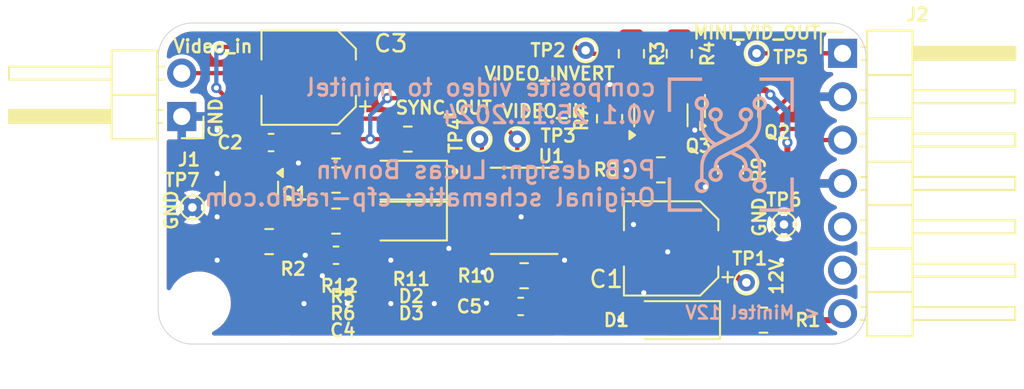
<source format=kicad_pcb>
(kicad_pcb (version 20240108) (generator "pcbnew") (generator_version "8.0")
  (title_block (title "av-to-minitel") (date "2025-01-02") (rev "v0.1") (company "Lucas Bonvin"))
  (layers (0 "F.Cu" signal) (31 "B.Cu" signal) (34 "B.Paste" user) (35 "F.Paste" user) (36 "B.SilkS" user "B.Silkscreen") (37 "F.SilkS" user "F.Silkscreen") (38 "B.Mask" user) (39 "F.Mask" user) (44 "Edge.Cuts" user))
  (net 0 "")
  (net 1 "comp_video_in")
  (net 2 "Net-(U1-COMPOSITESYNCIN)")
  (net 3 "Net-(Q3-B)")
  (net 4 "GND")
  (net 5 "Net-(D3-A)")
  (net 6 "Net-(U1-RSET)")
  (net 7 "+12V")
  (net 8 "Net-(D3-K)")
  (net 9 "minitel_sync_in")
  (net 10 "minitel_video_in")
  (net 11 "Net-(Q1-C)")
  (net 12 "Net-(Q1-B)")
  (net 13 "Net-(Q3-E)")
  (net 14 "+15V")
  (net 17 "Net-(D2-K)")
  (net 18 "Net-(D2-A)")
  (footprint "Capacitor_SMD:C_0603_1608Metric" (layer "F.Cu") (at 104.4 88)
    (property "Reference" "C4")
    (property "Value" "22nF")
  )
  (footprint "Resistor_SMD:R_0805_2012Metric" (layer "F.Cu") (at 108.6 81.2 180)
    (property "Reference" "R11")
    (property "Value" "1k")
  )
  (footprint "Diode_SMD:D_1206_3216Metric" (layer "F.Cu") (at 108.6 86 180)
    (property "Reference" "D3")
    (property "Value" "1N4148")
  )
  (footprint "Resistor_SMD:R_0805_2012Metric" (layer "F.Cu") (at 115.4 89.2 180)
    (property "Reference" "R10")
    (property "Value" "680k")
  )
  (footprint "Package_TO_SOT_SMD:SOT-23" (layer "F.Cu") (at 123.4 79.8 90)
    (property "Reference" "Q3")
    (property "Value" "NPN")
  )
  (footprint "LM1881MX_NOPB_NOPB:SOIC127P599X175-8N" (layer "F.Cu") (at 115.4 85.4)
    (property "Reference" "U1")
    (property "Value" "LM1881MX_NOPB_NOPB")
  )
  (footprint "TestPoint:TestPoint_THTPad_D1.0mm_Drill0.5mm" (layer "F.Cu") (at 115 81.2)
    (property "Reference" "TP3")
    (property "Value" "TestPoint")
  )
  (footprint "TestPoint:TestPoint_THTPad_D1.0mm_Drill0.5mm" (layer "F.Cu") (at 130.6 86.2)
    (property "Reference" "TP6")
    (property "Value" "TestPoint")
  )
  (footprint "Connector_PinHeader_2.54mm:PinHeader_1x07_P2.54mm_Horizontal" (layer "F.Cu") (at 134.025 76.175)
    (property "Reference" "J2")
    (property "Value" "Conn_01x07_Pin")
  )
  (footprint "Resistor_SMD:R_0805_2012Metric" (layer "F.Cu") (at 123.4 83 180)
    (property "Reference" "R8")
    (property "Value" "680")
  )
  (footprint "Capacitor_SMD:C_0603_1608Metric" (layer "F.Cu") (at 115.2 91)
    (property "Reference" "C5")
    (property "Value" "100nF")
  )
  (footprint "Capacitor_SMD:CP_Elec_5x5.8" (layer "F.Cu") (at 102.8 77.6 180)
    (property "Reference" "C3")
    (property "Value" "100uF")
  )
  (footprint "Diode_SMD:D_1206_3216Metric" (layer "F.Cu") (at 108.6 83.6 180)
    (property "Reference" "D2")
    (property "Value" "1N4148")
  )
  (footprint "Connector_PinHeader_2.54mm:PinHeader_1x02_P2.54mm_Horizontal" (layer "F.Cu") (at 95.375 79.875 180)
    (property "Reference" "J1")
    (property "Value" "Conn_01x02_Pin")
  )
  (footprint "TestPoint:TestPoint_THTPad_D1.0mm_Drill0.5mm" (layer "F.Cu") (at 128.4 89.6)
    (property "Reference" "TP1")
    (property "Value" "TestPoint")
  )
  (footprint "Capacitor_SMD:C_0603_1608Metric" (layer "F.Cu") (at 100.6 81.4)
    (property "Reference" "C2")
    (property "Value" "100nF")
  )
  (footprint "Resistor_SMD:R_0805_2012Metric" (layer "F.Cu") (at 129.4 91.8 180)
    (property "Reference" "R1")
    (property "Value" "100")
  )
  (footprint "MountingHole:MountingHole_3.2mm_M3" (layer "F.Cu") (at 96.4 90.8)
    (property "Reference" "REF**" (hide yes))
    (property "Value" "MountingHole_3.2mm_M3")
  )
  (footprint "Resistor_SMD:R_0805_2012Metric" (layer "F.Cu") (at 100.4875 87.2)
    (property "Reference" "R2")
    (property "Value" "10k")
  )
  (footprint "Resistor_SMD:R_0805_2012Metric" (layer "F.Cu") (at 120.4 80 90)
    (property "Reference" "R7")
    (property "Value" "22k")
  )
  (footprint "Diode_SMD:D_MiniMELF" (layer "F.Cu") (at 124.2 91.8 180)
    (property "Reference" "D1")
    (property "Value" "BZV55C12")
  )
  (footprint "Resistor_SMD:R_0805_2012Metric" (layer "F.Cu") (at 124.475 76.2 -90)
    (property "Reference" "R4")
    (property "Value" "3.3k")
  )
  (footprint "Resistor_SMD:R_0805_2012Metric" (layer "F.Cu") (at 127.475 83 -90)
    (property "Reference" "R9")
    (property "Value" "680")
  )
  (footprint "Resistor_SMD:R_0805_2012Metric" (layer "F.Cu") (at 121.675 76.2 -90)
    (property "Reference" "R3")
    (property "Value" "100k")
  )
  (footprint "TestPoint:TestPoint_THTPad_D1.0mm_Drill0.5mm" (layer "F.Cu") (at 129 76.175)
    (property "Reference" "TP5")
    (property "Value" "TestPoint")
  )
  (footprint "Resistor_SMD:R_0805_2012Metric" (layer "F.Cu") (at 104.4 86 180)
    (property "Reference" "R6")
    (property "Value" "22k")
  )
  (footprint "TestPoint:TestPoint_THTPad_D1.0mm_Drill0.5mm" (layer "F.Cu") (at 119 76)
    (property "Reference" "TP2")
    (property "Value" "TestPoint")
  )
  (footprint "Resistor_SMD:R_0805_2012Metric" (layer "F.Cu") (at 104.4 83.6 180)
    (property "Reference" "R5")
    (property "Value" "33k")
  )
  (footprint "Package_TO_SOT_SMD:SOT-23" (layer "F.Cu") (at 99.45 84.3375 -90)
    (property "Reference" "Q1")
    (property "Value" "PNP")
  )
  (footprint "TestPoint:TestPoint_THTPad_D1.0mm_Drill0.5mm" (layer "F.Cu") (at 96 85.2)
    (property "Reference" "TP7")
    (property "Value" "TestPoint")
  )
  (footprint "Resistor_SMD:R_0805_2012Metric" (layer "F.Cu") (at 104.4 81.6 180)
    (property "Reference" "R12")
    (property "Value" "1k")
  )
  (footprint "Capacitor_SMD:CP_Elec_5x5.8" (layer "F.Cu") (at 124 87.6 180)
    (property "Reference" "C1")
    (property "Value" "100uF")
  )
  (footprint "Package_TO_SOT_SMD:SOT-23" (layer "F.Cu") (at 127.5375 79.2625 90)
    (property "Reference" "Q2")
    (property "Value" "NPN")
  )
  (footprint "TestPoint:TestPoint_THTPad_D1.0mm_Drill0.5mm" (layer "F.Cu") (at 112.8 81.2)
    (property "Reference" "TP4")
    (property "Value" "TestPoint")
  )
  (gr_poly (pts (xy 125.813456 77.785677) (xy 123.999135 77.785677) (xy 123.999135 79.6) (xy 123.8 79.6) (xy 123.8 77.586546) (xy 125.813456 77.586546)) (stroke (width -0.000001)) (fill solid) (layer "B.SilkS"))
  (gr_poly (pts (xy 131.175289 79.600004) (xy 130.976154 79.600004) (xy 130.976154 77.785681) (xy 129.161835 77.785681) (xy 129.161835 77.58655) (xy 131.175289 77.58655)) (stroke (width -0.000001)) (fill solid) (layer "B.SilkS"))
  (gr_poly (pts (xy 123.99902 85.256777) (xy 125.813341 85.256777) (xy 125.813341 85.455908) (xy 123.799887 85.455908) (xy 123.799887 84.449178) (xy 123.8 84.449182) (xy 123.8 83.442453) (xy 123.99902 83.442453)) (stroke (width -0.000001)) (fill solid) (layer "B.SilkS"))
  (gr_poly (pts (xy 125.820001 78.68627) (xy 125.851252 78.688887) (xy 125.88175 78.693791) (xy 125.91142 78.700888) (xy 125.940189 78.710083) (xy 125.967983 78.721282) (xy 125.994729 78.734392) (xy 126.020353 78.749317) (xy 126.044781 78.765964) (xy 126.067941 78.784238) (xy 126.089758 78.804045) (xy 126.110159 78.825291) (xy 126.12907 78.847881) (xy 126.146417 78.871722) (xy 126.162128 78.896719) (xy 126.176128 78.922778) (xy 126.188343 78.949804) (xy 126.198702 78.977704) (xy 126.207128 79.006382) (xy 126.21355 79.035746) (xy 126.217893 79.0657) (xy 126.220085 79.096151) (xy 126.22005 79.127003) (xy 126.217717 79.158164) (xy 126.21301 79.189538) (xy 126.205857 79.221032) (xy 126.196184 79.252551) (xy 126.183917 79.284) (xy 126.168984 79.315287) (xy 126.15963 79.331925) (xy 126.149111 79.348349) (xy 126.137516 79.364485) (xy 126.12493 79.380263) (xy 126.11144 79.395609) (xy 126.097132 79.410453) (xy 126.082094 79.424721) (xy 126.066411 79.438343) (xy 126.050171 79.451245) (xy 126.033461 79.463356) (xy 126.016366 79.474605) (xy 125.998973 79.484918) (xy 125.98137 79.494224) (xy 125.963643 79.502451) (xy 125.945878 79.509526) (xy 125.928162 79.515379) (xy 125.898274 79.52418) (xy 125.896099 79.855257) (xy 125.895705 80.0149) (xy 125.897079 80.147486) (xy 125.898557 80.205071) (xy 125.900631 80.257617) (xy 125.903352 80.305701) (xy 125.906771 80.349896) (xy 125.91094 80.39078) (xy 125.91591 80.428926) (xy 125.921733 80.46491) (xy 125.928459 80.499308) (xy 125.93614 80.532695) (xy 125.944828 80.565645) (xy 125.954573 80.598735) (xy 125.965428 80.63254) (xy 125.985987 80.690046) (xy 126.008974 80.746324) (xy 126.034335 80.801311) (xy 126.06202 80.85494) (xy 126.091975 80.907148) (xy 126.124149 80.957869) (xy 126.15849 81.007038) (xy 126.194947 81.054592) (xy 126.233466 81.100464) (xy 126.273996 81.14459) (xy 126.316486 81.186906) (xy 126.360882 81.227346) (xy 126.407134 81.265846) (xy 126.455189 81.30234) (xy 126.504996 81.336765) (xy 126.556502 81.369055) (xy 126.619929 81.406851) (xy 126.777207 81.325777) (xy 127.092999 81.162989) (xy 127.154815 81.13081) (xy 127.182062 81.116401) (xy 127.205979 81.103592) (xy 127.225902 81.09274) (xy 127.241166 81.084205) (xy 127.251105 81.078344) (xy 127.253869 81.076529) (xy 127.255053 81.075518) (xy 127.254392 81.074402) (xy 127.251745 81.072283) (xy 127.240882 81.065252) (xy 127.22326 81.054867) (xy 127.199672 81.041569) (xy 127.13777 81.007995) (xy 127.061526 80.968058) (xy 126.984646 80.928139) (xy 126.952058 80.91095) (xy 126.922917 80.895321) (xy 126.896883 80.881037) (xy 126.873614 80.867882) (xy 126.852771 80.855641) (xy 126.834012 80.844099) (xy 126.816997 80.833041) (xy 126.801385 80.822251) (xy 126.786835 80.811514) (xy 126.773007 80.800616) (xy 126.759559 80.78934) (xy 126.746152 80.777472) (xy 126.732445 80.764796) (xy 126.718096 80.751097) (xy 126.693089 80.725828) (xy 126.669511 80.699707) (xy 126.647368 80.672755) (xy 126.626672 80.64499) (xy 126.60743 80.616432) (xy 126.589651 80.587101) (xy 126.573344 80.557016) (xy 126.558518 80.526197) (xy 126.545181 80.494664) (xy 126.533343 80.462436) (xy 126.523012 80.429532) (xy 126.514197 80.395972) (xy 126.506907 80.361776) (xy 126.501151 80.326964) (xy 126.496937 80.291555) (xy 126.494274 80.255568) (xy 126.489832 80.169905) (xy 126.451443 80.157804) (xy 126.42858 80.149488) (xy 126.406014 80.139113) (xy 126.383859 80.126811) (xy 126.36223 80.112714) (xy 126.341242 80.096954) (xy 126.321009 80.079663) (xy 126.301647 80.060973) (xy 126.283268 80.041017) (xy 126.26599 80.019925) (xy 126.249925 79.997831) (xy 126.235189 79.974866) (xy 126.221897 79.951162) (xy 126.210162 79.926851) (xy 126.2001 79.902066) (xy 126.191826 79.876938) (xy 126.185454 79.851599) (xy 126.178911 79.813082) (xy 126.175698 79.775473) (xy 126.175695 79.771407) (xy 126.37752 79.771407) (xy 126.379234 79.790268) (xy 126.38267 79.808617) (xy 126.387734 79.826391) (xy 126.394333 79.843525) (xy 126.402375 79.859958) (xy 126.411767 79.875625) (xy 126.422415 79.890464) (xy 126.434226 79.904411) (xy 126.447109 79.917402) (xy 126.460969 79.929375) (xy 126.475715 79.940266) (xy 126.491253 79.950011) (xy 126.507489 79.958548) (xy 126.524333 79.965814) (xy 126.541689 79.971744) (xy 126.559466 79.976276) (xy 126.577571 79.979346) (xy 126.59591 79.980891) (xy 126.614392 79.980847) (xy 126.632922 79.979152) (xy 126.651408 79.975742) (xy 126.669757 79.970553) (xy 126.687876 79.963523) (xy 126.705673 79.954588) (xy 126.723054 79.943685) (xy 126.739926 79.93075) (xy 126.756197 79.91572) (xy 126.766312 79.904791) (xy 126.775518 79.893388) (xy 126.783826 79.881557) (xy 126.791246 79.869342) (xy 126.797786 79.856788) (xy 126.803457 79.84394) (xy 126.808268 79.830842) (xy 126.812229 79.817539) (xy 126.81535 79.804075) (xy 126.81764 79.790497) (xy 126.81911 79.776847) (xy 126.819768 79.763171) (xy 126.819625 79.749514) (xy 126.81869 79.735921) (xy 126.816972 79.722435) (xy 126.814483 79.709103) (xy 126.811231 79.695968) (xy 126.807226 79.683075) (xy 126.802477 79.670469) (xy 126.796995 79.658195) (xy 126.790789 79.646297) (xy 126.783869 79.63482) (xy 126.776244 79.62381) (xy 126.767925 79.61331) (xy 126.75892 79.603365) (xy 126.749241 79.59402) (xy 126.738895 79.58532) (xy 126.727893 79.57731) (xy 126.716245 79.570033) (xy 126.703961 79.563536) (xy 126.69105 79.557862) (xy 126.677521 79.553057) (xy 126.677521 79.553061) (xy 126.666226 79.549736) (xy 126.655016 79.546899) (xy 126.643899 79.544546) (xy 126.632882 79.542674) (xy 126.621975 79.54128) (xy 126.611184 79.540359) (xy 126.600518 79.53991) (xy 126.589985 79.539927) (xy 126.579593 79.540409) (xy 126.56935 79.541351) (xy 126.559264 79.542749) (xy 126.549343 79.544602) (xy 126.539596 79.546904) (xy 126.53003 79.549654) (xy 126.520653 79.552846) (xy 126.511474 79.556479) (xy 126.5025 79.560548) (xy 126.493739 79.56505) (xy 126.4852 79.569981) (xy 126.476891 79.575339) (xy 126.468819 79.58112) (xy 126.460993 79.58732) (xy 126.45342 79.593936) (xy 126.44611 79.600965) (xy 126.439069 79.608403) (xy 126.432306 79.616246) (xy 126.42583 79.624492) (xy 126.419647 79.633137) (xy 126.413766 79.642177) (xy 126.408195 79.651609) (xy 126.402943 79.66143) (xy 126.398016 79.671637) (xy 126.389731 79.692108) (xy 126.383632 79.712385) (xy 126.379626 79.732402) (xy 126.377619 79.752098) (xy 126.37752 79.771407) (xy 126.175695 79.771407) (xy 126.175668 79.73885) (xy 126.178675 79.703292) (xy 126.184572 79.66888) (xy 126.193214 79.635692) (xy 126.204453 79.603809) (xy 126.218144 79.573308) (xy 126.23414 79.544271) (xy 126.252296 79.516775) (xy 126.272464 79.490901) (xy 126.294499 79.466728) (xy 126.318254 79.444335) (xy 126.343583 79.423802) (xy 126.37034 79.405208) (xy 126.398379 79.388632) (xy 126.427552 79.374155) (xy 126.457715 79.361854) (xy 126.488721 79.35181) (xy 126.520422 79.344102) (xy 126.552675 79.33881) (xy 126.585331 79.336012) (xy 126.618244 79.335789) (xy 126.651269 79.338219) (xy 126.684259 79.343382) (xy 126.717068 79.351358) (xy 126.74955 79.362225) (xy 126.781557 79.376064) (xy 126.812945 79.392953) (xy 126.843567 79.412972) (xy 126.873276 79.4362) (xy 126.901926 79.462717) (xy 126.922003 79.484295) (xy 126.940206 79.506757) (xy 126.956557 79.530018) (xy 126.971077 79.553991) (xy 126.983787 79.578592) (xy 126.994711 79.603736) (xy 127.003869 79.629337) (xy 127.011283 79.655309) (xy 127.016974 79.681568) (xy 127.020965 79.708028) (xy 127.023278 79.734604) (xy 127.023933 79.76121) (xy 127.022953 79.787762) (xy 127.020359 79.814173) (xy 127.016173 79.840359) (xy 127.010417 79.866233) (xy 127.003113 79.891712) (xy 126.994281 79.916709) (xy 126.983944 79.94114) (xy 126.972124 79.964918) (xy 126.958842 79.987959) (xy 126.94412 80.010176) (xy 126.927979 80.031486) (xy 126.910442 80.051803) (xy 126.89153 80.07104) (xy 126.871264 80.089114) (xy 126.849667 80.105937) (xy 126.82676 80.121427) (xy 126.802565 80.135496) (xy 126.777103 80.148059) (xy 126.750397 80.159032) (xy 126.722468 80.168329) (xy 126.715904 80.170454) (xy 126.710141 80.172794) (xy 126.705157 80.175486) (xy 126.700934 80.178662) (xy 126.699101 80.180474) (xy 126.697451 80.182457) (xy 126.69598 80.184629) (xy 126.694687 80.187005) (xy 126.692623 80.19244) (xy 126.691239 80.198896) (xy 126.690514 80.206507) (xy 126.690429 80.215407) (xy 126.690963 80.225731) (xy 126.692096 80.237611) (xy 126.693809 80.251183) (xy 126.69608 80.266581) (xy 126.702219 80.303389) (xy 126.710372 80.345645) (xy 126.719749 80.384557) (xy 126.730793 80.420563) (xy 126.743946 80.454103) (xy 126.759653 80.485615) (xy 126.778356 80.515538) (xy 126.8005 80.544312) (xy 126.826526 80.572375) (xy 126.856878 80.600167) (xy 126.892 80.628126) (xy 126.932334 80.656692) (xy 126.978325 80.686305) (xy 127.030414 80.717401) (xy 127.089046 80.750422) (xy 127.154663 80.785806) (xy 127.227709 80.823992) (xy 127.487725 80.958334) (xy 127.747656 80.82403) (xy 127.838063 80.777037) (xy 127.911481 80.738118) (xy 127.942552 80.721241) (xy 127.970257 80.70585) (xy 127.994889 80.691766) (xy 128.016742 80.678811) (xy 128.036109 80.666808) (xy 128.053283 80.655578) (xy 128.068558 80.644945) (xy 128.082228 80.634729) (xy 128.094587 80.624754) (xy 128.105927 80.614841) (xy 128.116543 80.604813) (xy 128.126728 80.594492) (xy 128.138499 80.581647) (xy 128.149972 80.568072) (xy 128.161125 80.553837) (xy 128.17194 80.539011) (xy 128.192466 80.507869) (xy 128.211386 80.475205) (xy 128.228534 80.441579) (xy 128.243743 80.407552) (xy 128.25685 80.373682) (xy 128.267687 80.340529) (xy 128.276089 80.308655) (xy 128.281891 80.278618) (xy 128.283765 80.264463) (xy 128.284927 80.250977) (xy 128.285357 80.238231) (xy 128.285032 80.226294) (xy 128.283934 80.215237) (xy 128.28204 80.205128) (xy 128.279331 80.196039) (xy 128.275786 80.188039) (xy 128.271383 80.181198) (xy 128.266103 80.175586) (xy 128.259924 80.171273) (xy 128.252827 80.168329) (xy 128.224911 80.159037) (xy 128.198216 80.148068) (xy 128.172766 80.135506) (xy 128.148581 80.121439) (xy 128.125683 80.10595) (xy 128.104094 80.089125) (xy 128.083836 80.071051) (xy 128.06493 80.051811) (xy 128.047398 80.031492) (xy 128.031262 80.01018) (xy 128.016544 79.987958) (xy 128.003264 79.964914) (xy 127.991446 79.941132) (xy 127.98111 79.916697) (xy 127.972279 79.891696) (xy 127.964974 79.866213) (xy 127.959216 79.840335) (xy 127.955029 79.814145) (xy 127.952432 79.787731) (xy 127.951612 79.765599) (xy 128.152617 79.765599) (xy 128.153826 79.783554) (xy 128.156611 79.801612) (xy 128.16103 79.819701) (xy 128.167141 79.837751) (xy 128.175002 79.855689) (xy 128.18467 79.873445) (xy 128.196203 79.890947) (xy 128.204549 79.901837) (xy 128.213399 79.912028) (xy 128.22272 79.921519) (xy 128.232478 79.930311) (xy 128.242643 79.938404) (xy 128.25318 79.945797) (xy 128.264056 79.952491) (xy 128.27524 79.958485) (xy 128.286698 79.963779) (xy 128.298396 79.968373) (xy 128.310304 79.972268) (xy 128.322386 79.975462) (xy 128.334612 79.977956) (xy 128.346947 79.97975) (xy 128.35936 79.980844) (xy 128.371816 79.981237) (xy 128.384284 79.98093) (xy 128.396731 79.979922) (xy 128.409123 79.978214) (xy 128.421429 79.975805) (xy 128.433614 79.972695) (xy 128.445647 79.968884) (xy 128.457494 79.964371) (xy 128.469122 79.959158) (xy 128.480499 79.953243) (xy 128.491592 79.946628) (xy 128.502369 79.93931) (xy 128.512795 79.931291) (xy 128.522839 79.922571) (xy 128.532467 79.913149) (xy 128.541647 79.903025) (xy 128.550346 79.892199) (xy 128.558009 79.881434) (xy 128.564936 79.870416) (xy 128.571133 79.859172) (xy 128.576609 79.847729) (xy 128.58137 79.836116) (xy 128.585423 79.82436) (xy 128.588776 79.812489) (xy 128.591434 79.800529) (xy 128.593406 79.78851) (xy 128.594699 79.776458) (xy 128.595318 79.764401) (xy 128.595272 79.752367) (xy 128.594568 79.740383) (xy 128.593212 79.728477) (xy 128.591212 79.716677) (xy 128.588574 79.705009) (xy 128.585306 79.693503) (xy 128.581414 79.682185) (xy 128.576906 79.671083) (xy 128.571789 79.660225) (xy 128.56607 79.649638) (xy 128.559755 79.63935) (xy 128.552852 79.629388) (xy 128.545368 79.619781) (xy 128.53731 79.610555) (xy 128.528685 79.601739) (xy 128.5195 79.593359) (xy 128.509762 79.585445) (xy 128.499478 79.578022) (xy 128.488654 79.57112) (xy 128.4773 79.564765) (xy 128.46542 79.558985) (xy 128.46542 79.558931) (xy 128.446027 79.551119) (xy 128.426765 79.545194) (xy 128.40769 79.541084) (xy 128.388861 79.538719) (xy 128.370335 79.538026) (xy 128.35217 79.538935) (xy 128.334424 79.541375) (xy 128.317156 79.545273) (xy 128.300422 79.550559) (xy 128.28428 79.557161) (xy 128.268789 79.565007) (xy 128.254007 79.574027) (xy 128.239991 79.58415) (xy 128.226799 79.595302) (xy 128.214488 79.607415) (xy 128.203118 79.620415) (xy 128.192745 79.634232) (xy 128.183427 79.648794) (xy 128.175223 79.664029) (xy 128.16819 79.679868) (xy 128.162386 79.696237) (xy 128.157869 79.713067) (xy 128.154696 79.730284) (xy 128.152927 79.747819) (xy 128.152617 79.765599) (xy 127.951612 79.765599) (xy 127.951449 79.761177) (xy 127.9521 79.734568) (xy 127.954407 79.707991) (xy 127.958393 79.68153) (xy 127.964079 79.65527) (xy 127.971486 79.629299) (xy 127.980637 79.6037) (xy 127.991553 79.578559) (xy 128.004256 79.553962) (xy 128.018767 79.529993) (xy 128.035108 79.50674) (xy 128.053301 79.484286) (xy 128.073368 79.462717) (xy 128.102013 79.436205) (xy 128.131718 79.412981) (xy 128.162336 79.392967) (xy 128.19372 79.376082) (xy 128.225725 79.362248) (xy 128.258204 79.351384) (xy 128.291011 79.343412) (xy 128.323999 79.338252) (xy 128.357023 79.335825) (xy 128.389935 79.336051) (xy 128.422591 79.338851) (xy 128.454842 79.344146) (xy 128.486544 79.351856) (xy 128.51755 79.361901) (xy 128.547713 79.374203) (xy 128.576888 79.388681) (xy 128.604927 79.405257) (xy 128.631685 79.423851) (xy 128.657016 79.444384) (xy 128.680772 79.466776) (xy 128.702809 79.490947) (xy 128.722979 79.51682) (xy 128.741136 79.544313) (xy 128.757134 79.573348) (xy 128.770827 79.603845) (xy 128.782068 79.635725) (xy 128.790711 79.668909) (xy 128.79661 79.703316) (xy 128.799619 79.738869) (xy 128.799591 79.775486) (xy 128.796379 79.813089) (xy 128.789839 79.851599) (xy 128.786888 79.864333) (xy 128.783449 79.877025) (xy 128.77516 79.902218) (xy 128.765085 79.92705) (xy 128.753336 79.95139) (xy 128.740026 79.97511) (xy 128.725268 79.99808) (xy 128.709174 80.020172) (xy 128.691857 80.041255) (xy 128.673429 80.061201) (xy 128.654002 80.079881) (xy 128.63369 80.097166) (xy 128.612604 80.112925) (xy 128.590858 80.127031) (xy 128.568564 80.139354) (xy 128.557246 80.144806) (xy 128.545834 80.149764) (xy 128.534341 80.154211) (xy 128.522781 80.158133) (xy 128.483303 80.170584) (xy 128.483303 80.223261) (xy 128.48243 80.257753) (xy 128.47983 80.292187) (xy 128.47553 80.326494) (xy 128.469559 80.360605) (xy 128.461943 80.394453) (xy 128.452711 80.427969) (xy 128.44189 80.461086) (xy 128.429508 80.493734) (xy 128.415592 80.525846) (xy 128.400171 80.557352) (xy 128.383271 80.588186) (xy 128.364921 80.618279) (xy 128.345148 80.647562) (xy 128.323981 80.675967) (xy 128.301446 80.703427) (xy 128.277571 80.729872) (xy 128.24672 80.761183) (xy 128.215074 80.789443) (xy 128.197549 80.803291) (xy 128.17814 80.81741) (xy 128.131422 80.847841) (xy 128.070427 80.883493) (xy 127.990661 80.927123) (xy 127.887629 80.981489) (xy 127.756838 81.049349) (xy 127.016467 81.432004) (xy 126.795965 81.546487) (xy 126.715013 81.588833) (xy 126.6505 81.622893) (xy 126.600104 81.649901) (xy 126.561507 81.67109) (xy 126.532386 81.687692) (xy 126.510423 81.700942) (xy 126.493295 81.712072) (xy 126.478683 81.722316) (xy 126.447724 81.745077) (xy 126.406815 81.776122) (xy 126.36713 81.80882) (xy 126.328718 81.843102) (xy 126.291631 81.878899) (xy 126.255917 81.916143) (xy 126.221629 81.954764) (xy 126.188816 81.994694) (xy 126.157529 82.035863) (xy 126.127818 82.078203) (xy 126.099733 82.121645) (xy 126.073325 82.166119) (xy 126.048644 82.211558) (xy 126.025741 82.257891) (xy 126.004666 82.30505) (xy 125.985469 82.352967) (xy 125.968201 82.401571) (xy 125.946849 82.469931) (xy 125.929975 82.535805) (xy 125.92306 82.56946) (xy 125.917076 82.604475) (xy 125.907648 82.681221) (xy 125.901189 82.771325) (xy 125.897196 82.880068) (xy 125.895166 83.01273) (xy 125.894596 83.174593) (xy 125.894577 83.515127) (xy 125.922234 83.523977) (xy 125.963789 83.539333) (xy 126.002047 83.55762) (xy 126.037042 83.578612) (xy 126.068809 83.602087) (xy 126.097384 83.627819) (xy 126.122803 83.655584) (xy 126.1451 83.685159) (xy 126.16431 83.71632) (xy 126.180469 83.748842) (xy 126.193613 83.7825) (xy 126.203776 83.817072) (xy 126.210993 83.852333) (xy 126.215301 83.888058) (xy 126.216734 83.924024) (xy 126.215328 83.960007) (xy 126.211117 83.995782) (xy 126.204137 84.031125) (xy 126.194424 84.065812) (xy 126.182012 84.099619) (xy 126.166938 84.132322) (xy 126.149235 84.163697) (xy 126.12894 84.193519) (xy 126.106087 84.221565) (xy 126.080713 84.24761) (xy 126.052852 84.271431) (xy 126.022539 84.292802) (xy 125.98981 84.311501) (xy 125.9547 84.327302) (xy 125.917245 84.339982) (xy 125.877479 84.349317) (xy 125.835438 84.355082) (xy 125.791157 84.357054) (xy 125.748667 84.355123) (xy 125.708269 84.349477) (xy 125.670001 84.340333) (xy 125.633898 84.327908) (xy 125.599998 84.312421) (xy 125.568338 84.294088) (xy 125.538953 84.273127) (xy 125.511882 84.249756) (xy 125.48716 84.224193) (xy 125.464825 84.196654) (xy 125.444913 84.167358) (xy 125.427461 84.136523) (xy 125.412506 84.104365) (xy 125.400085 84.071103) (xy 125.390234 84.036953) (xy 125.38299 84.002134) (xy 125.37839 83.966863) (xy 125.376592 83.933603) (xy 125.575043 83.933603) (xy 125.575687 83.951411) (xy 125.577865 83.969237) (xy 125.581628 83.986999) (xy 125.587029 84.004613) (xy 125.594117 84.021995) (xy 125.602945 84.039064) (xy 125.613562 84.055735) (xy 125.626022 84.071926) (xy 125.640374 84.087553) (xy 125.655947 84.101868) (xy 125.672071 84.114308) (xy 125.688666 84.124924) (xy 125.705649 84.133765) (xy 125.722939 84.140881) (xy 125.740455 84.146322) (xy 125.758115 84.150137) (xy 125.775838 84.152376) (xy 125.793541 84.15309) (xy 125.811145 84.152327) (xy 125.828567 84.150138) (xy 125.845726 84.146572) (xy 125.86254 84.14168) (xy 125.878928 84.13551) (xy 125.894808 84.128113) (xy 125.9101 84.119538) (xy 125.924721 84.109836) (xy 125.938591 84.099055) (xy 125.951627 84.087246) (xy 125.963748 84.074459) (xy 125.974873 84.060743) (xy 125.98492 84.046148) (xy 125.993808 84.030724) (xy 126.001455 84.014521) (xy 126.007781 83.997587) (xy 126.012703 83.979974) (xy 126.016139 83.961731) (xy 126.01801 83.942908) (xy 126.018232 83.923554) (xy 126.016726 83.903719) (xy 126.013408 83.883453) (xy 126.008198 83.862806) (xy 126.006515 83.85761) (xy 126.004535 83.852342) (xy 125.999727 83.84164) (xy 125.993872 83.830796) (xy 125.987065 83.819905) (xy 125.979402 83.809063) (xy 125.970979 83.798368) (xy 125.961893 83.787914) (xy 125.952238 83.777797) (xy 125.942112 83.768114) (xy 125.931609 83.758961) (xy 125.920827 83.750433) (xy 125.90986 83.742626) (xy 125.898806 83.735638) (xy 125.88776 83.729563) (xy 125.876818 83.724497) (xy 125.866076 83.720537) (xy 125.866076 83.720541) (xy 125.845548 83.714955) (xy 125.825378 83.711302) (xy 125.805617 83.709498) (xy 125.786316 83.70946) (xy 125.767526 83.711105) (xy 125.749298 83.71435) (xy 125.731684 83.71911) (xy 125.714734 83.725304) (xy 125.698501 83.732847) (xy 125.683034 83.741658) (xy 125.668385 83.751652) (xy 125.654606 83.762746) (xy 125.641747 83.774857) (xy 125.62986 83.787902) (xy 125.618996 83.801798) (xy 125.609206 83.816461) (xy 125.600541 83.831808) (xy 125.593052 83.847757) (xy 125.586791 83.864223) (xy 125.581808 83.881124) (xy 125.578155 83.898377) (xy 125.575883 83.915897) (xy 125.575043 83.933603) (xy 125.376592 83.933603) (xy 125.37647 83.931358) (xy 125.377268 83.895836) (xy 125.38082 83.860516) (xy 125.387163 83.825613) (xy 125.396334 83.791347) (xy 125.408369 83.757934) (xy 125.423306 83.725593) (xy 125.44118 83.69454) (xy 125.462029 83.664994) (xy 125.48589 83.637172) (xy 125.512799 83.611292) (xy 125.542793 83.58757) (xy 125.575909 83.566226) (xy 125.612184 83.547476) (xy 125.651654 83.531538) (xy 125.691758 83.517412) (xy 125.695925 83.087229) (xy 125.69757 82.934803) (xy 125.699512 82.815481) (xy 125.70074 82.766249) (xy 125.702216 82.722912) (xy 125.704 82.684676) (xy 125.706149 82.650747) (xy 125.708721 82.620331) (xy 125.711775 82.592634) (xy 125.715369 82.566863) (xy 125.719561 82.542224) (xy 125.72441 82.517923) (xy 125.729973 82.493165) (xy 125.743477 82.439108) (xy 125.761989 82.37393) (xy 125.783505 82.309535) (xy 125.807934 82.246055) (xy 125.835183 82.183624) (xy 125.86516 82.122376) (xy 125.897772 82.062443) (xy 125.932927 82.003959) (xy 125.970533 81.947057) (xy 126.010498 81.891871) (xy 126.052728 81.838535) (xy 126.097132 81.787181) (xy 126.143618 81.737943) (xy 126.192093 81.690955) (xy 126.242464 81.64635) (xy 126.29464 81.604261) (xy 126.348528 81.564821) (xy 126.370079 81.549819) (xy 126.37855 81.543707) (xy 126.385489 81.538331) (xy 126.388385 81.535874) (xy 126.390899 81.533548) (xy 126.393032 81.531334) (xy 126.394784 81.529216) (xy 126.396155 81.527174) (xy 126.397146 81.525191) (xy 126.397758 81.523249) (xy 126.39799 81.52133) (xy 126.397842 81.519417) (xy 126.397317 81.517492) (xy 126.396413 81.515537) (xy 126.395131 81.513533) (xy 126.393472 81.511464) (xy 126.391436 81.509311) (xy 126.389024 81.507056) (xy 126.386235 81.504682) (xy 126.37953 81.499505) (xy 126.371325 81.493635) (xy 126.350428 81.47925) (xy 126.296862 81.440403) (xy 126.24488 81.398715) (xy 126.19459 81.354341) (xy 126.146098 81.307435) (xy 126.099512 81.258152) (xy 126.054939 81.206647) (xy 126.012485 81.153074) (xy 125.972259 81.097588) (xy 125.934366 81.040344) (xy 125.898916 80.981497) (xy 125.866013 80.9212) (xy 125.835766 80.85961) (xy 125.808283 80.79688) (xy 125.783669 80.733165) (xy 125.762032 80.66862) (xy 125.743479 80.603399) (xy 125.729975 80.549336) (xy 125.719563 80.500274) (xy 125.711776 80.449858) (xy 125.70615 80.391732) (xy 125.702217 80.31954) (xy 125.699513 80.226928) (xy 125.695927 79.955019) (xy 125.691759 79.524595) (xy 125.647435 79.508547) (xy 125.612622 79.494287) (xy 125.580222 79.477694) (xy 125.550227 79.45893) (xy 125.522629 79.438158) (xy 125.497418 79.415539) (xy 125.474587 79.391237) (xy 125.454127 79.365413) (xy 125.43603 79.338231) (xy 125.420288 79.309852) (xy 125.406892 79.28044) (xy 125.395834 79.250156) (xy 125.387106 79.219163) (xy 125.380698 79.187623) (xy 125.376604 79.155699) (xy 125.374818 79.12362) (xy 125.57387 79.12362) (xy 125.57539 79.143284) (xy 125.578764 79.162796) (xy 125.584046 79.182026) (xy 125.591292 79.200846) (xy 125.600554 79.219127) (xy 125.611889 79.236739) (xy 125.62535 79.253555) (xy 125.640991 79.269445) (xy 125.658869 79.28428) (xy 125.679036 79.297931) (xy 125.701548 79.31027) (xy 125.711731 79.314958) (xy 125.722011 79.319075) (xy 125.732372 79.322628) (xy 125.742798 79.32562) (xy 125.753273 79.32806) (xy 125.763781 79.329951) (xy 125.774306 79.3313) (xy 125.784832 79.332113) (xy 125.795343 79.332395) (xy 125.805824 79.332151) (xy 125.816258 79.331388) (xy 125.826629 79.330111) (xy 125.836922 79.328326) (xy 125.84712 79.326038) (xy 125.857208 79.323253) (xy 125.867169 79.319977) (xy 125.876988 79.316216) (xy 125.886649 79.311975) (xy 125.896135 79.30726) (xy 125.905431 79.302076) (xy 125.91452 79.296429) (xy 125.923388 79.290325) (xy 125.932018 79.28377) (xy 125.940393 79.276769) (xy 125.948499 79.269328) (xy 125.956318 79.261452) (xy 125.963836 79.253148) (xy 125.971036 79.24442) (xy 125.977902 79.235276) (xy 125.984418 79.225719) (xy 125.990569 79.215756) (xy 125.996338 79.205393) (xy 126.001315 79.195161) (xy 126.0056 79.184675) (xy 126.009204 79.173966) (xy 126.01214 79.163064) (xy 126.01442 79.152001) (xy 126.016058 79.140806) (xy 126.017065 79.129509) (xy 126.017453 79.118143) (xy 126.017236 79.106736) (xy 126.016426 79.095321) (xy 126.015035 79.083926) (xy 126.013075 79.072583) (xy 126.010559 79.061322) (xy 126.007499 79.050174) (xy 126.003908 79.03917) (xy 125.999798 79.028339) (xy 125.995182 79.017713) (xy 125.990072 79.007321) (xy 125.98448 78.997196) (xy 125.978419 78.987366) (xy 125.971901 78.977863) (xy 125.964939 78.968717) (xy 125.957545 78.959958) (xy 125.949732 78.951618) (xy 125.941511 78.943726) (xy 125.932896 78.936314) (xy 125.923899 78.929412) (xy 125.914532 78.92305) (xy 125.904807 78.917259) (xy 125.894738 78.912069) (xy 125.884336 78.907511) (xy 125.873614 78.903616) (xy 125.848799 78.89672) (xy 125.824693 78.892376) (xy 125.801351 78.890458) (xy 125.778826 78.890835) (xy 125.757173 78.893379) (xy 125.736448 78.897961) (xy 125.716704 78.904452) (xy 125.697996 78.912723) (xy 125.680378 78.922646) (xy 125.663906 78.934091) (xy 125.648632 78.94693) (xy 125.634613 78.961033) (xy 125.621903 78.976273) (xy 125.610555 78.992519) (xy 125.600626 79.009644) (xy 125.592168 79.027518) (xy 125.585237 79.046013) (xy 125.579887 79.064999) (xy 125.576173 79.084349) (xy 125.574149 79.103932) (xy 125.57387 79.12362) (xy 125.374818 79.12362) (xy 125.374815 79.123553) (xy 125.375322 79.091348) (xy 125.378116 79.059246) (xy 125.38319 79.02741) (xy 125.390536 78.996002) (xy 125.400145 78.965184) (xy 125.412008 78.935119) (xy 125.426117 78.905969) (xy 125.442464 78.877897) (xy 125.461041 78.851065) (xy 125.481839 78.825636) (xy 125.50485 78.801772) (xy 125.530066 78.779635) (xy 125.557478 78.759388) (xy 125.587078 78.741193) (xy 125.618857 78.725214) (xy 125.652808 78.711611) (xy 125.688921 78.700548) (xy 125.688927 78.700556) (xy 125.722458 78.693083) (xy 125.75553 78.688273) (xy 125.788069 78.686034)) (stroke (width -0.000001)) (fill solid) (layer "B.SilkS"))
  (gr_poly (pts (xy 129.219931 78.686559) (xy 129.261566 78.69218) (xy 129.301181 78.701805) (xy 129.338699 78.715172) (xy 129.374043 78.732016) (xy 129.407134 78.752072) (xy 129.437895 78.775078) (xy 129.466249 78.800769) (xy 129.492117 78.82888) (xy 129.515422 78.859149) (xy 129.536085 78.891311) (xy 129.55403 78.925102) (xy 129.569179 78.960258) (xy 129.581454 78.996515) (xy 129.590777 79.033609) (xy 129.59707 79.071276) (xy 129.600256 79.109252) (xy 129.600256 79.147274) (xy 129.596995 79.185076) (xy 129.590392 79.222395) (xy 129.580372 79.258968) (xy 129.566855 79.29453) (xy 129.549765 79.328816) (xy 129.529024 79.361564) (xy 129.504553 79.392509) (xy 129.476276 79.421387) (xy 129.444114 79.447934) (xy 129.40799 79.471886) (xy 129.367825 79.49298) (xy 129.323544 79.51095) (xy 129.283438 79.525076) (xy 129.279139 79.955259) (xy 129.277493 80.108329) (xy 129.275657 80.226645) (xy 129.274508 80.274941) (xy 129.273121 80.317152) (xy 129.271431 80.354148) (xy 129.269373 80.386796) (xy 129.266886 80.415964) (xy 129.263903 80.442521) (xy 129.260363 80.467335) (xy 129.2562 80.491273) (xy 129.251351 80.515204) (xy 129.245752 80.539996) (xy 129.232048 80.595636) (xy 129.212783 80.66479) (xy 129.19018 80.733011) (xy 129.164342 80.800156) (xy 129.13537 80.866084) (xy 129.103365 80.93065) (xy 129.06843 80.993714) (xy 129.030666 81.055131) (xy 128.990174 81.11476) (xy 128.947057 81.172458) (xy 128.901416 81.228082) (xy 128.853352 81.281489) (xy 128.802968 81.332537) (xy 128.750364 81.381083) (xy 128.695643 81.426984) (xy 128.638906 81.470098) (xy 128.580256 81.510283) (xy 128.574713 81.514031) (xy 128.572683 81.515695) (xy 128.571218 81.517311) (xy 128.570713 81.518122) (xy 128.57037 81.518948) (xy 128.570195 81.519796) (xy 128.570194 81.520676) (xy 128.570375 81.521596) (xy 128.570743 81.522564) (xy 128.571306 81.52359) (xy 128.57207 81.524682) (xy 128.574229 81.527099) (xy 128.577272 81.529885) (xy 128.581253 81.533108) (xy 128.586226 81.536839) (xy 128.599358 81.546099) (xy 128.617096 81.558222) (xy 128.678565 81.602449) (xy 128.737524 81.64973) (xy 128.793902 81.699953) (xy 128.847625 81.753002) (xy 128.898621 81.808763) (xy 128.946819 81.867123) (xy 128.992144 81.927967) (xy 129.034526 81.991181) (xy 129.073891 82.056651) (xy 129.110167 82.124263) (xy 129.143281 82.193903) (xy 129.173161 82.265457) (xy 129.199735 82.33881) (xy 129.22293 82.413848) (xy 129.242674 82.490458) (xy 129.258894 82.568525) (xy 129.263953 82.598054) (xy 129.267913 82.627984) (xy 129.270965 82.663159) (xy 129.273299 82.708422) (xy 129.276576 82.848583) (xy 129.279268 83.087209) (xy 129.283443 83.517393) (xy 129.323545 83.531519) (xy 129.359386 83.545872) (xy 129.392686 83.562687) (xy 129.423457 83.581789) (xy 129.451711 83.603003) (xy 129.477461 83.626154) (xy 129.500717 83.651069) (xy 129.521491 83.677572) (xy 129.539795 83.705489) (xy 129.555641 83.734646) (xy 129.569041 83.764868) (xy 129.580007 83.79598) (xy 129.588549 83.827809) (xy 129.59468 83.860179) (xy 129.598412 83.892916) (xy 129.599756 83.925846) (xy 129.598725 83.958793) (xy 129.595329 83.991584) (xy 129.589581 84.024044) (xy 129.581492 84.055999) (xy 129.571075 84.087273) (xy 129.55834 84.117693) (xy 129.5433 84.147083) (xy 129.525967 84.17527) (xy 129.506351 84.202078) (xy 129.484466 84.227334) (xy 129.460322 84.250863) (xy 129.433932 84.27249) (xy 129.405306 84.292041) (xy 129.374458 84.309341) (xy 129.341398 84.324215) (xy 129.306139 84.33649) (xy 129.268692 84.345991) (xy 129.220614 84.353713) (xy 129.17449 84.356562) (xy 129.130391 84.35481) (xy 129.088388 84.348729) (xy 129.048553 84.338591) (xy 129.010958 84.324667) (xy 128.975672 84.307229) (xy 128.942768 84.286549) (xy 128.912317 84.262898) (xy 128.884391 84.236548) (xy 128.85906 84.207771) (xy 128.836396 84.176838) (xy 128.81647 84.144022) (xy 128.799353 84.109593) (xy 128.785117 84.073825) (xy 128.773834 84.036987) (xy 128.765574 83.999353) (xy 128.760408 83.961193) (xy 128.759064 83.935368) (xy 128.957151 83.935368) (xy 128.958072 83.952081) (xy 128.960369 83.968946) (xy 128.964094 83.98591) (xy 128.969298 84.002923) (xy 128.976032 84.019933) (xy 128.982322 84.033036) (xy 128.989292 84.045494) (xy 128.996907 84.057301) (xy 129.005131 84.06845) (xy 129.013926 84.078935) (xy 129.023258 84.088749) (xy 129.03309 84.097886) (xy 129.043386 84.106338) (xy 129.05411 84.1141) (xy 129.065226 84.121163) (xy 129.076698 84.127523) (xy 129.088489 84.133171) (xy 129.100564 84.138102) (xy 129.112887 84.142308) (xy 129.125422 84.145783) (xy 129.138131 84.148521) (xy 129.150981 84.150514) (xy 129.163933 84.151756) (xy 129.176953 84.152241) (xy 129.190004 84.151961) (xy 129.203049 84.15091) (xy 129.216054 84.149081) (xy 129.228982 84.146468) (xy 129.241797 84.143063) (xy 129.254462 84.138861) (xy 129.266942 84.133855) (xy 129.2792 84.128038) (xy 129.291201 84.121402) (xy 129.302909 84.113942) (xy 129.314287 84.105651) (xy 129.325299 84.096523) (xy 129.335909 84.08655) (xy 129.345751 84.076067) (xy 129.354749 84.065176) (xy 129.362907 84.053912) (xy 129.370235 84.042311) (xy 129.376738 84.030411) (xy 129.382423 84.018247) (xy 129.387299 84.005856) (xy 129.391371 83.993274) (xy 129.394647 83.980537) (xy 129.397133 83.967681) (xy 129.398838 83.954743) (xy 129.399768 83.941759) (xy 129.399929 83.928766) (xy 129.39933 83.915799) (xy 129.397976 83.902895) (xy 129.395876 83.89009) (xy 129.393036 83.877421) (xy 129.389463 83.864923) (xy 129.385164 83.852634) (xy 129.380146 83.840589) (xy 129.374417 83.828824) (xy 129.367983 83.817377) (xy 129.360851 83.806282) (xy 129.353029 83.795578) (xy 129.344523 83.785299) (xy 129.335341 83.775482) (xy 129.325489 83.766163) (xy 129.314975 83.757379) (xy 129.303805 83.749166) (xy 129.291987 83.74156) (xy 129.279527 83.734598) (xy 129.266434 83.728315) (xy 129.266436 83.728315) (xy 129.249454 83.721593) (xy 129.232473 83.716406) (xy 129.215543 83.7127) (xy 129.198716 83.710426) (xy 129.182041 83.709532) (xy 129.165571 83.709966) (xy 129.149356 83.711679) (xy 129.133447 83.714618) (xy 129.117895 83.718732) (xy 129.102751 83.72397) (xy 129.088066 83.73028) (xy 129.073891 83.737613) (xy 129.060278 83.745916) (xy 129.047276 83.755138) (xy 129.034938 83.765228) (xy 129.023313 83.776134) (xy 129.012454 83.787806) (xy 129.00241 83.800193) (xy 128.993234 83.813243) (xy 128.984975 83.826904) (xy 128.977686 83.841127) (xy 128.971416 83.855859) (xy 128.966217 83.871049) (xy 128.96214 83.886646) (xy 128.959236 83.902599) (xy 128.957556 83.918857) (xy 128.957151 83.935368) (xy 128.759064 83.935368) (xy 128.758408 83.92278) (xy 128.759646 83.884384) (xy 128.764193 83.846279) (xy 128.772119 83.808735) (xy 128.783497 83.772025) (xy 128.798397 83.736419) (xy 128.816891 83.70219) (xy 128.83905 83.66961) (xy 128.864945 83.638949) (xy 128.894648 83.610481) (xy 128.928231 83.584476) (xy 128.965764 83.561206) (xy 129.007318 83.540942) (xy 129.052965 83.523958) (xy 129.080622 83.515108) (xy 129.080605 83.174574) (xy 129.080027 83.013045) (xy 129.077977 82.880515) (xy 129.076244 82.823488) (xy 129.073956 82.771747) (xy 129.07105 82.724637) (xy 129.067464 82.681504) (xy 129.063135 82.641693) (xy 129.058001 82.604549) (xy 129.051999 82.569417) (xy 129.045068 82.535644) (xy 129.037144 82.502573) (xy 129.028165 82.469552) (xy 129.018069 82.435925) (xy 129.006794 82.401037) (xy 128.985984 82.343107) (xy 128.962485 82.286278) (xy 128.936374 82.230646) (xy 128.907729 82.176303) (xy 128.876627 82.123344) (xy 128.843145 82.071863) (xy 128.807362 82.021953) (xy 128.769354 81.973707) (xy 128.729199 81.927221) (xy 128.686974 81.882588) (xy 128.642757 81.839902) (xy 128.596625 81.799256) (xy 128.548656 81.760745) (xy 128.498927 81.724462) (xy 128.447515 81.690501) (xy 128.394499 81.658956) (xy 128.353693 81.63598) (xy 128.213802 81.708166) (xy 127.95818 81.840194) (xy 127.872063 81.884849) (xy 127.809133 81.917681) (xy 127.765934 81.940499) (xy 127.739009 81.955118) (xy 127.73057 81.959918) (xy 127.724902 81.963348) (xy 127.721575 81.965633) (xy 127.720654 81.966417) (xy 127.720156 81.967001) (xy 127.720816 81.968113) (xy 127.723464 81.970229) (xy 127.734326 81.977255) (xy 127.751948 81.987637) (xy 127.775537 82.000933) (xy 127.837439 82.034505) (xy 127.913683 82.074442) (xy 127.990563 82.11436) (xy 128.023151 82.131549) (xy 128.052292 82.147179) (xy 128.078326 82.161463) (xy 128.101594 82.174618) (xy 128.122437 82.18686) (xy 128.141196 82.198402) (xy 128.158211 82.20946) (xy 128.173824 82.22025) (xy 128.188373 82.230987) (xy 128.202202 82.241885) (xy 128.215649 82.253161) (xy 128.229056 82.265029) (xy 128.242764 82.277704) (xy 128.257113 82.291403) (xy 128.282119 82.316671) (xy 128.305698 82.342792) (xy 128.32784 82.369744) (xy 128.348536 82.397509) (xy 128.367778 82.426067) (xy 128.385557 82.455398) (xy 128.401864 82.485483) (xy 128.41669 82.516302) (xy 128.430027 82.547835) (xy 128.441865 82.580064) (xy 128.452196 82.612967) (xy 128.461011 82.646527) (xy 128.468301 82.680723) (xy 128.474057 82.715535) (xy 128.478271 82.750945) (xy 128.480934 82.786932) (xy 128.485384 82.872598) (xy 128.523771 82.884699) (xy 128.546634 82.893015) (xy 128.5692 82.903391) (xy 128.591355 82.915694) (xy 128.612984 82.929791) (xy 128.633973 82.945551) (xy 128.654205 82.962842) (xy 128.673568 82.981531) (xy 128.691947 83.001488) (xy 128.709225 83.022579) (xy 128.72529 83.044673) (xy 128.740026 83.067638) (xy 128.753318 83.091342) (xy 128.765053 83.115652) (xy 128.775115 83.140438) (xy 128.783389 83.165566) (xy 128.789761 83.190904) (xy 128.796301 83.229414) (xy 128.799512 83.267017) (xy 128.799541 83.303635) (xy 128.796532 83.339187) (xy 128.790633 83.373594) (xy 128.78199 83.406778) (xy 128.770749 83.438658) (xy 128.757056 83.469155) (xy 128.741058 83.49819) (xy 128.7229 83.525683) (xy 128.70273 83.551556) (xy 128.680694 83.575728) (xy 128.656937 83.59812) (xy 128.631607 83.618652) (xy 128.604849 83.637246) (xy 128.576809 83.653822) (xy 128.547635 83.668301) (xy 128.517472 83.680602) (xy 128.486466 83.690648) (xy 128.454764 83.698357) (xy 128.422513 83.703652) (xy 128.389857 83.706452) (xy 128.356945 83.706678) (xy 128.323921 83.704251) (xy 128.290933 83.699091) (xy 128.258126 83.691119) (xy 128.225647 83.680255) (xy 128.193642 83.666421) (xy 128.162258 83.649536) (xy 128.13164 83.629522) (xy 128.101935 83.606298) (xy 128.07329 83.579786) (xy 128.053179 83.558174) (xy 128.034946 83.535683) (xy 128.01857 83.512397) (xy 128.004029 83.488402) (xy 127.991302 83.463784) (xy 127.980366 83.438626) (xy 127.9712 83.413013) (xy 127.963782 83.387032) (xy 127.958091 83.360767) (xy 127.954104 83.334303) (xy 127.9518 83.307725) (xy 127.951157 83.281118) (xy 127.95131 83.277066) (xy 128.152762 83.277066) (xy 128.153106 83.293143) (xy 128.15468 83.309416) (xy 128.157529 83.325842) (xy 128.161695 83.342379) (xy 128.167221 83.358984) (xy 128.172889 83.372756) (xy 128.179326 83.385888) (xy 128.186491 83.398371) (xy 128.194344 83.410196) (xy 128.202846 83.421354) (xy 128.211956 83.431837) (xy 128.221634 83.441635) (xy 128.231839 83.45074) (xy 128.242533 83.459143) (xy 128.253675 83.466836) (xy 128.265224 83.473809) (xy 128.277141 83.480054) (xy 128.289385 83.485562) (xy 128.301917 83.490324) (xy 128.314695 83.494332) (xy 128.327682 83.497577) (xy 128.340835 83.50005) (xy 128.354115 83.501741) (xy 128.367482 83.502643) (xy 128.380896 83.502747) (xy 128.394316 83.502044) (xy 128.407703 83.500525) (xy 128.421017 83.498181) (xy 128.434217 83.495003) (xy 128.447263 83.490984) (xy 128.460115 83.486113) (xy 128.472734 83.480383) (xy 128.485078 83.473784) (xy 128.497109 83.466308) (xy 128.508785 83.457946) (xy 128.520067 83.448689) (xy 128.530914 83.438528) (xy 128.541055 83.4277) (xy 128.550292 83.416434) (xy 128.558636 83.404771) (xy 128.566094 83.392751) (xy 128.572677 83.380414) (xy 128.578392 83.367802) (xy 128.583248 83.354953) (xy 128.587254 83.341908) (xy 128.59042 83.328708) (xy 128.592753 83.315393) (xy 128.594263 83.302002) (xy 128.594958 83.288577) (xy 128.594848 83.275158) (xy 128.59394 83.261785) (xy 128.592245 83.248497) (xy 128.58977 83.235337) (xy 128.586524 83.222343) (xy 128.582517 83.209556) (xy 128.577757 83.197016) (xy 128.572253 83.184764) (xy 128.566014 83.17284) (xy 128.559048 83.161284) (xy 128.551364 83.150136) (xy 128.542972 83.139437) (xy 128.53388 83.129228) (xy 128.524096 83.119547) (xy 128.51363 83.110436) (xy 128.50249 83.101935) (xy 128.490686 83.094084) (xy 128.478226 83.086923) (xy 128.465118 83.080493) (xy 128.451372 83.074835) (xy 128.434768 83.069308) (xy 128.41823 83.065142) (xy 128.401804 83.062293) (xy 128.38553 83.060719) (xy 128.369454 83.060375) (xy 128.353617 83.06122) (xy 128.338063 83.06321) (xy 128.322835 83.066302) (xy 128.307976 83.070452) (xy 128.293529 83.075618) (xy 128.279537 83.081757) (xy 128.266044 83.088825) (xy 128.253092 83.096779) (xy 128.240725 83.105577) (xy 128.228986 83.115175) (xy 128.217917 83.12553) (xy 128.207562 83.136598) (xy 128.197964 83.148338) (xy 128.189167 83.160705) (xy 128.181212 83.173657) (xy 128.174144 83.18715) (xy 128.168006 83.201141) (xy 128.162839 83.215588) (xy 128.158689 83.230447) (xy 128.155597 83.245675) (xy 128.153607 83.261229) (xy 128.152762 83.277066) (xy 127.95131 83.277066) (xy 127.952154 83.254568) (xy 127.954769 83.228158) (xy 127.958979 83.201975) (xy 127.964764 83.176103) (xy 127.972101 83.150627) (xy 127.98097 83.125633) (xy 127.991347 83.101205) (xy 128.003211 83.077429) (xy 128.016542 83.054389) (xy 128.031316 83.032171) (xy 128.047512 83.010859) (xy 128.065109 82.990539) (xy 128.084084 82.971295) (xy 128.104416 82.953213) (xy 128.126084 82.936378) (xy 128.149065 82.920875) (xy 128.173337 82.906788) (xy 128.19888 82.894204) (xy 128.225671 82.883206) (xy 128.253689 82.87388) (xy 128.285975 82.864355) (xy 128.281052 82.804949) (xy 128.278338 82.777729) (xy 128.27477 82.751334) (xy 128.270332 82.725726) (xy 128.265009 82.700869) (xy 128.258784 82.676728) (xy 128.251643 82.653265) (xy 128.243569 82.630445) (xy 128.234546 82.608232) (xy 128.22456 82.58659) (xy 128.213593 82.565481) (xy 128.201631 82.544871) (xy 128.188658 82.524722) (xy 128.174657 82.504999) (xy 128.159614 82.485666) (xy 128.143513 82.466686) (xy 128.126337 82.448023) (xy 128.105219 82.426999) (xy 128.082657 82.407453) (xy 128.055623 82.387551) (xy 128.021085 82.365455) (xy 127.976014 82.339331) (xy 127.91738 82.307342) (xy 127.747303 82.218431) (xy 127.487398 82.084127) (xy 127.227494 82.218488) (xy 127.134458 82.266721) (xy 127.061648 82.30494) (xy 127.031777 82.320916) (xy 127.005702 82.335136) (xy 126.983004 82.347848) (xy 126.963263 82.3593) (xy 126.946058 82.369742) (xy 126.930969 82.379422) (xy 126.917577 82.38859) (xy 126.905462 82.397494) (xy 126.894203 82.406383) (xy 126.883381 82.415506) (xy 126.872575 82.425112) (xy 126.861367 82.435449) (xy 126.849158 82.447442) (xy 126.837205 82.460341) (xy 126.825532 82.474065) (xy 126.814166 82.488536) (xy 126.792453 82.5194) (xy 126.772266 82.552296) (xy 126.753807 82.586588) (xy 126.737276 82.621642) (xy 126.722877 82.656821) (xy 126.710809 82.69149) (xy 126.701274 82.725013) (xy 126.694475 82.756754) (xy 126.692163 82.771758) (xy 126.690611 82.786077) (xy 126.689843 82.799634) (xy 126.689884 82.812348) (xy 126.690761 82.82414) (xy 126.692497 82.83493) (xy 126.695118 82.844639) (xy 126.698649 82.853187) (xy 126.703116 82.860495) (xy 126.708543 82.866484) (xy 126.714956 82.871074) (xy 126.72238 82.874185) (xy 126.750322 82.88348) (xy 126.777036 82.894438) (xy 126.802501 82.906974) (xy 126.826695 82.921005) (xy 126.849597 82.936447) (xy 126.871186 82.953216) (xy 126.891439 82.971227) (xy 126.910337 82.990398) (xy 126.927857 83.010643) (xy 126.943979 83.031879) (xy 126.95868 83.054022) (xy 126.97194 83.076989) (xy 126.983738 83.100694) (xy 126.994051 83.125054) (xy 127.002859 83.149985) (xy 127.01014 83.175403) (xy 127.015873 83.201224) (xy 127.020037 83.227364) (xy 127.02261 83.253739) (xy 127.023571 83.280266) (xy 127.022898 83.306859) (xy 127.020571 83.333436) (xy 127.016568 83.359912) (xy 127.010867 83.386202) (xy 127.003448 83.412224) (xy 126.994289 83.437894) (xy 126.983368 83.463126) (xy 126.970665 83.487838) (xy 126.956158 83.511945) (xy 126.939825 83.535363) (xy 126.921646 83.558009) (xy 126.901598 83.579798) (xy 126.876981 83.603032) (xy 126.851373 83.623806) (xy 126.824885 83.642161) (xy 126.79763 83.658139) (xy 126.769719 83.671782) (xy 126.741265 83.683132) (xy 126.712379 83.692229) (xy 126.683173 83.699116) (xy 126.653759 83.703835) (xy 126.624249 83.706426) (xy 126.594755 83.706933) (xy 126.565388 83.705396) (xy 126.536261 83.701858) (xy 126.507485 83.69636) (xy 126.479172 83.688943) (xy 126.451434 83.67965) (xy 126.424384 83.668521) (xy 126.398132 83.6556) (xy 126.372791 83.640927) (xy 126.348473 83.624545) (xy 126.325289 83.606494) (xy 126.303352 83.586817) (xy 126.282773 83.565555) (xy 126.263664 83.54275) (xy 126.246137 83.518444) (xy 126.230304 83.492679) (xy 126.216277 83.465495) (xy 126.204167 83.436936) (xy 126.194087 83.407042) (xy 126.186149 83.375855) (xy 126.180463 83.343417) (xy 126.177143 83.30977) (xy 126.176446 83.292202) (xy 126.176487 83.278833) (xy 126.378806 83.278833) (xy 126.379111 83.295984) (xy 126.380848 83.313304) (xy 126.384072 83.330735) (xy 126.388838 83.34822) (xy 126.395201 83.3657) (xy 126.403218 83.383119) (xy 126.409886 83.395261) (xy 126.417168 83.406785) (xy 126.425028 83.417688) (xy 126.433435 83.427964) (xy 126.442355 83.437607) (xy 126.451753 83.446612) (xy 126.461596 83.454974) (xy 126.471851 83.462687) (xy 126.482484 83.469747) (xy 126.493461 83.476147) (xy 126.504749 83.481882) (xy 126.516315 83.486947) (xy 126.528125 83.491336) (xy 126.540144 83.495045) (xy 126.552341 83.498067) (xy 126.564681 83.500397) (xy 126.57713 83.502031) (xy 126.589655 83.502962) (xy 126.602222 83.503186) (xy 126.614799 83.502696) (xy 126.627351 83.501488) (xy 126.639844 83.499557) (xy 126.652246 83.496895) (xy 126.664522 83.4935) (xy 126.676639 83.489364) (xy 126.688564 83.484483) (xy 126.700262 83.478852) (xy 126.711701 83.472464) (xy 126.722847 83.465315) (xy 126.733666 83.457399) (xy 126.744124 83.448711) (xy 126.754189 83.439245) (xy 126.764232 83.428591) (xy 126.773448 83.417573) (xy 126.78184 83.406222) (xy 126.789416 83.394572) (xy 126.79618 83.382655) (xy 126.802138 83.370506) (xy 126.807296 83.358156) (xy 126.81166 83.345638) (xy 126.815235 83.332987) (xy 126.818026 83.320234) (xy 126.820041 83.307413) (xy 126.821283 83.294556) (xy 126.821759 83.281697) (xy 126.821475 83.268869) (xy 126.820436 83.256105) (xy 126.818647 83.243437) (xy 126.816115 83.230898) (xy 126.812845 83.218522) (xy 126.808843 83.206342) (xy 126.804114 83.19439) (xy 126.798665 83.1827) (xy 126.7925 83.171305) (xy 126.785625 83.160236) (xy 126.778046 83.149529) (xy 126.76977 83.139215) (xy 126.7608 83.129327) (xy 126.751143 83.119899) (xy 126.740805 83.110963) (xy 126.729792 83.102553) (xy 126.718108 83.094701) (xy 126.70576 83.087441) (xy 126.692753 83.080805) (xy 126.692753 83.080808) (xy 126.675192 83.073357) (xy 126.657628 83.067571) (xy 126.640117 83.063394) (xy 126.622714 83.060768) (xy 126.605474 83.059636) (xy 126.588453 83.059939) (xy 126.571704 83.06162) (xy 126.555285 83.064623) (xy 126.539249 83.068888) (xy 126.523652 83.074359) (xy 126.508549 83.080977) (xy 126.493995 83.088686) (xy 126.480046 83.097427) (xy 126.466756 83.107144) (xy 126.454181 83.117778) (xy 126.442376 83.129272) (xy 126.431396 83.141568) (xy 126.421296 83.154609) (xy 126.412131 83.168337) (xy 126.403958 83.182694) (xy 126.39683 83.197624) (xy 126.390802 83.213067) (xy 126.385931 83.228968) (xy 126.382272 83.245267) (xy 126.379878 83.261908) (xy 126.378806 83.278833) (xy 126.176487 83.278833) (xy 126.1765 83.274671) (xy 126.177291 83.257202) (xy 126.178802 83.239819) (xy 126.181019 83.222545) (xy 126.183927 83.205405) (xy 126.187509 83.188421) (xy 126.19175 83.171619) (xy 126.196636 83.155022) (xy 126.20215 83.138653) (xy 126.208278 83.122537) (xy 126.215003 83.106698) (xy 126.222311 83.091159) (xy 126.230186 83.075944) (xy 126.238613 83.061077) (xy 126.247576 83.046582) (xy 126.257059 83.032483) (xy 126.267049 83.018803) (xy 126.277528 83.005567) (xy 126.288482 82.992799) (xy 126.299896 82.980521) (xy 126.311753 82.968759) (xy 126.324039 82.957536) (xy 126.336738 82.946875) (xy 126.349835 82.936801) (xy 126.363314 82.927338) (xy 126.37716 82.918509) (xy 126.391358 82.910338) (xy 126.405892 82.902849) (xy 126.420747 82.896066) (xy 126.435907 82.890013) (xy 126.451357 82.884714) (xy 126.489746 82.872614) (xy 126.494189 82.786951) (xy 126.496851 82.750964) (xy 126.501066 82.715554) (xy 126.506822 82.680742) (xy 126.514112 82.646546) (xy 126.522927 82.612987) (xy 126.533258 82.580083) (xy 126.545096 82.547854) (xy 126.558433 82.516321) (xy 126.573259 82.485502) (xy 126.589566 82.455417) (xy 126.607344 82.426086) (xy 126.626586 82.397528) (xy 126.647283 82.369763) (xy 126.669425 82.342811) (xy 126.693004 82.316691) (xy 126.71801 82.291422) (xy 126.747848 82.261901) (xy 126.777461 82.236262) (xy 126.825067 82.204513) (xy 126.908885 82.156661) (xy 127.258031 81.972673) (xy 127.970648 81.604357) (xy 128.079209 81.547969) (xy 128.176743 81.496551) (xy 128.264093 81.449475) (xy 128.342105 81.406118) (xy 128.411622 81.365855) (xy 128.473489 81.328061) (xy 128.52855 81.292112) (xy 128.57765 81.257383) (xy 128.621632 81.223248) (xy 128.641968 81.206209) (xy 128.661342 81.189084) (xy 128.679859 81.171796) (xy 128.697624 81.154266) (xy 128.731321 81.118168) (xy 128.763279 81.080167) (xy 128.794342 81.039637) (xy 128.825354 80.995953) (xy 128.857159 80.948492) (xy 128.890484 80.895989) (xy 128.920498 80.844867) (xy 128.947355 80.794367) (xy 128.971209 80.743725) (xy 128.992212 80.692182) (xy 129.010518 80.638974) (xy 129.026281 80.583342) (xy 129.039655 80.524522) (xy 129.050792 80.461755) (xy 129.059846 80.394278) (xy 129.066971 80.32133) (xy 129.07232 80.24215) (xy 129.076046 80.155976) (xy 129.078303 80.062046) (xy 129.079025 79.847876) (xy 129.077024 79.524176) (xy 129.047522 79.515375) (xy 129.010965 79.502675) (xy 128.976921 79.487299) (xy 128.945383 79.469431) (xy 128.916342 79.449258) (xy 128.889789 79.426961) (xy 128.865717 79.402727) (xy 128.844118 79.376739) (xy 128.824983 79.349182) (xy 128.808304 79.32024) (xy 128.794073 79.290098) (xy 128.782281 79.258939) (xy 128.772922 79.226949) (xy 128.765985 79.194311) (xy 128.761464 79.161211) (xy 128.759351 79.127831) (xy 128.759423 79.119304) (xy 128.956761 79.119304) (xy 128.958328 79.137816) (xy 128.961596 79.156354) (xy 128.966628 79.17483) (xy 128.973485 79.193155) (xy 128.982227 79.211243) (xy 128.992919 79.229006) (xy 129.005619 79.246357) (xy 129.020391 79.263209) (xy 129.033767 79.276197) (xy 129.047665 79.28777) (xy 129.062025 79.297953) (xy 129.076784 79.306772) (xy 129.09188 79.314252) (xy 129.10725 79.32042) (xy 129.122832 79.325302) (xy 129.138563 79.328924) (xy 129.154381 79.331312) (xy 129.170223 79.332492) (xy 129.186028 79.332489) (xy 129.201733 79.331331) (xy 129.217275 79.329042) (xy 129.232592 79.325649) (xy 129.247623 79.321178) (xy 129.262303 79.315655) (xy 129.276571 79.309106) (xy 129.290365 79.301556) (xy 129.303622 79.293033) (xy 129.31628 79.283561) (xy 129.328276 79.273167) (xy 129.339548 79.261878) (xy 129.350034 79.249718) (xy 129.359671 79.236714) (xy 129.368397 79.222891) (xy 129.376149 79.208277) (xy 129.382866 79.192897) (xy 129.388484 79.176776) (xy 129.392941 79.159942) (xy 129.396176 79.142419) (xy 129.398124 79.124234) (xy 129.398726 79.105414) (xy 129.39854 79.097689) (xy 129.398059 79.089999) (xy 129.397287 79.08235) (xy 129.39623 79.074748) (xy 129.394891 79.067202) (xy 129.393275 79.059718) (xy 129.391387 79.052304) (xy 129.389231 79.044965) (xy 129.386813 79.03771) (xy 129.384136 79.030545) (xy 129.381206 79.023477) (xy 129.378027 79.016514) (xy 129.374603 79.009662) (xy 129.37094 79.002928) (xy 129.367042 78.996319) (xy 129.362914 78.989843) (xy 129.35856 78.983507) (xy 129.353985 78.977317) (xy 129.349193 78.97128) (xy 129.34419 78.965404) (xy 129.33898 78.959696) (xy 129.333567 78.954162) (xy 129.327956 78.948809) (xy 129.322152 78.943645) (xy 129.31616 78.938677) (xy 129.309984 78.933912) (xy 129.303628 78.929356) (xy 129.297098 78.925017) (xy 129.290398 78.920901) (xy 129.283533 78.917016) (xy 129.276507 78.91337) (xy 129.269325 78.909968) (xy 129.269327 78.909968) (xy 129.248552 78.901635) (xy 129.227998 78.895427) (xy 129.207729 78.891255) (xy 129.187804 78.889034) (xy 129.168287 78.888675) (xy 129.149238 78.89009) (xy 129.130719 78.893192) (xy 129.112792 78.897894) (xy 129.095519 78.904109) (xy 129.078961 78.911748) (xy 129.063179 78.920724) (xy 129.048236 78.93095) (xy 129.034194 78.942339) (xy 129.021113 78.954802) (xy 129.009055 78.968252) (xy 128.998082 78.982603) (xy 128.988257 78.997766) (xy 128.979639 79.013653) (xy 128.972291 79.030178) (xy 128.966275 79.047253) (xy 128.961653 79.064791) (xy 128.958485 79.082704) (xy 128.956834 79.100904) (xy 128.956761 79.119304) (xy 128.759423 79.119304) (xy 128.759636 79.094358) (xy 128.762312 79.060974) (xy 128.76737 79.027865) (xy 128.774803 78.995215) (xy 128.784602 78.963208) (xy 128.79676 78.932028) (xy 128.811267 78.901861) (xy 128.828116 78.87289) (xy 128.847299 78.845299) (xy 128.868807 78.819274) (xy 128.892632 78.794998) (xy 128.918767 78.772656) (xy 128.947202 78.752432) (xy 128.97793 78.734511) (xy 129.010943 78.719076) (xy 129.046232 78.706313) (xy 129.08379 78.696406) (xy 129.083691 78.696367) (xy 129.130916 78.688389) (xy 129.176356 78.685208)) (stroke (width -0.000001)) (fill solid) (layer "B.SilkS"))
  (gr_poly (pts (xy 131.175289 85.455908) (xy 129.161835 85.455908) (xy 129.161835 85.256777) (xy 130.976154 85.256777) (xy 130.976154 83.442449) (xy 131.175289 83.442449)) (stroke (width -0.000001)) (fill solid) (layer "B.SilkS"))
  (gr_line (start 96 74.4) (end 133.4 74.4) (stroke (width 0.05)) (layer "Edge.Cuts"))
  (gr_line (start 94 91.2) (end 94 76.4) (stroke (width 0.05)) (layer "Edge.Cuts"))
  (gr_arc (start 94 76.4) (mid 94.585786 74.985786) (end 96 74.4) (stroke (width 0.05)) (layer "Edge.Cuts"))
  (gr_arc (start 133.4 74.4) (mid 134.814214 74.985786) (end 135.4 76.4) (stroke (width 0.05)) (layer "Edge.Cuts"))
  (gr_arc (start 96 93.2) (mid 94.585786 92.614214) (end 94 91.2) (stroke (width 0.05)) (layer "Edge.Cuts"))
  (gr_line (start 135.4 76.4) (end 135.4 91.2) (stroke (width 0.05)) (layer "Edge.Cuts"))
  (gr_arc (start 135.4 91.2) (mid 134.814214 92.614214) (end 133.4 93.2) (stroke (width 0.05)) (layer "Edge.Cuts"))
  (gr_line (start 133.4 93.2) (end 96 93.2) (stroke (width 0.05)) (layer "Edge.Cuts"))
  (gr_text "composite video to minitel\nv0.1 25.11.2024\n\nPCB design: Lucas Bonvin\nOriginal schematic: cfp-radio.com" (at 123.2 85.2 0) (layer "B.SilkS") (effects (font (size 1 1) (thickness 0.175) (bold yes)) (justify left bottom mirror)))
  (gr_text "< Minitel 12V " (at 132.8 91.8 0) (layer "B.SilkS") (effects (font (size 0.75 0.75) (thickness 0.15) (bold yes)) (justify left bottom mirror)))
  (gr_text "SYNC_OUT" (at 107.8 79.8 0) (layer "F.SilkS") (effects (font (size 0.75 0.75) (thickness 0.15) (bold yes)) (justify left bottom)))
  (gr_text "GND" (at 97.8 81.2 90) (layer "F.SilkS") (effects (font (size 0.75 0.75) (thickness 0.15) (bold yes)) (justify left bottom)))
  (gr_text "GND" (at 95.2 86.6 90) (layer "F.SilkS") (effects (font (size 0.75 0.75) (thickness 0.15) (bold yes)) (justify left bottom)))
  (gr_text "VIDEO_INVERT\n" (at 113 77.8 0) (layer "F.SilkS") (effects (font (size 0.75 0.75) (thickness 0.15) (bold yes)) (justify left bottom)))
  (gr_text "MINI_VID_OUT" (at 125.21 75.4 0) (layer "F.SilkS") (effects (font (size 0.75 0.75) (thickness 0.15) (bold yes)) (justify left bottom)))
  (gr_text "GND" (at 129.6 87 90) (layer "F.SilkS") (effects (font (size 0.75 0.75) (thickness 0.15) (bold yes)) (justify left bottom)))
  (gr_text "Video_in" (at 94.8 76.2 0) (layer "F.SilkS") (effects (font (size 0.75 0.75) (thickness 0.15) (bold yes)) (justify left bottom)))
  (gr_text "12V\n" (at 130.6 90.4 90) (layer "F.SilkS") (effects (font (size 0.75 0.75) (thickness 0.15) (bold yes)) (justify left bottom)))
  (gr_text "VIDEO_IN\n" (at 114 80 0) (layer "F.SilkS") (effects (font (size 0.75 0.75) (thickness 0.15) (bold yes)) (justify left bottom)))
  (segment (start 99.825 78.375) (end 99.825 81.4) (width 0.25) (layer "F.Cu") (net 1))
  (segment (start 100.6 77.6) (end 99.825 78.375) (width 0.25) (layer "F.Cu") (net 1))
  (segment (start 100.335 77.335) (end 100.6 77.6) (width 0.25) (layer "F.Cu") (net 1))
  (segment (start 95.375 77.335) (end 100.335 77.335) (width 0.25) (layer "F.Cu") (net 1))
  (segment (start 113.914999 84.765) (end 112.93 84.765) (width 0.25) (layer "F.Cu") (net 2))
  (segment (start 115 81.2) (end 115 83.679999) (width 0.25) (layer "F.Cu") (net 2))
  (segment (start 113.8 80) (end 102.775 80) (width 0.25) (layer "F.Cu") (net 2))
  (segment (start 115 81.2) (end 113.8 80) (width 0.25) (layer "F.Cu") (net 2))
  (segment (start 115 83.679999) (end 113.914999 84.765) (width 0.25) (layer "F.Cu") (net 2))
  (segment (start 102.775 80) (end 101.375 81.4) (width 0.25) (layer "F.Cu") (net 2))
  (segment (start 121.5375 79.825) (end 121.5375 77.25) (width 0.25) (layer "F.Cu") (net 3))
  (segment (start 121.5375 77.25) (end 121.675 77.1125) (width 0.25) (layer "F.Cu") (net 3))
  (segment (start 120.6 80.9125) (end 122.275 80.9125) (width 0.25) (layer "F.Cu") (net 3))
  (segment (start 104.8 77.6) (end 119.4 77.6) (width 0.25) (layer "F.Cu") (net 3))
  (segment (start 119.4 77.6) (end 119.8875 77.1125) (width 0.25) (layer "F.Cu") (net 3))
  (segment (start 122.275 80.9125) (end 122.45 80.7375) (width 0.25) (layer "F.Cu") (net 3))
  (segment (start 119.8875 77.1125) (end 121.675 77.1125) (width 0.25) (layer "F.Cu") (net 3))
  (segment (start 122.45 80.7375) (end 121.5375 79.825) (width 0.25) (layer "F.Cu") (net 3))
  (segment (start 103.625 89.175) (end 103.6 89.2) (width 0.25) (layer "F.Cu") (net 4))
  (segment (start 120.4 78) (end 120.4 79.0875) (width 0.25) (layer "F.Cu") (net 4))
  (segment (start 122.45 91.8) (end 121 91.8) (width 0.25) (layer "F.Cu") (net 4))
  (segment (start 103.2 81.6) (end 103.4875 81.6) (width 0.25) (layer "F.Cu") (net 4))
  (segment (start 126 84) (end 127.3875 84) (width 0.25) (layer "F.Cu") (net 4))
  (segment (start 114.4875 89) (end 113 89) (width 0.25) (layer "F.Cu") (net 4))
  (segment (start 114.425 90.8) (end 113.2 90.8) (width 0.25) (layer "F.Cu") (net 4))
  (segment (start 103.625 88) (end 103.625 89.175) (width 0.25) (layer "F.Cu") (net 4))
  (segment (start 122.45 91.8) (end 122.45 90.25) (width 0.25) (layer "F.Cu") (net 4))
  (segment (start 103.625 88) (end 102.6 88) (width 0.25) (layer "F.Cu") (net 4))
  (segment (start 112.93 87.305) (end 111.295 87.305) (width 0.25) (layer "F.Cu") (net 4))
  (segment (start 121.4 83) (end 122.4875 83) (width 0.25) (layer "F.Cu") (net 4))
  (segment (start 122.45 90.25) (end 122.4 90.2) (width 0.25) (layer "F.Cu") (net 4))
  (segment (start 103.4875 81.2) (end 103.4875 81.6) (width 0.25) (layer "F.Cu") (net 4))
  (segment (start 111.295 87.305) (end 111 87.6) (width 0.25) (layer "F.Cu") (net 4))
  (segment (start 121.8 87.6) (end 121.8 86.2) (width 0.25) (layer "F.Cu") (net 4))
  (segment (start 122 87.8) (end 121.8 87.6) (width 0.25) (layer "F.Cu") (net 4))
  (segment (start 123.8 87.8) (end 122 87.8) (width 0.25) (layer "F.Cu") (net 4))
  (segment (start 102.2 82.6) (end 103.2 81.6) (width 0.25) (layer "F.Cu") (net 4))
  (segment (start 127.3875 84) (end 127.475 83.9125) (width 0.25) (layer "F.Cu") (net 4))
  (via (at 102.6 88) (size 0.6) (drill 0.3) (layers "F.Cu" "B.Cu") (net 4))
  (via (at 113.2 90.8) (size 0.6) (drill 0.3) (layers "F.Cu" "B.Cu") (net 4))
  (via (at 107.605952 90.83175) (size 0.6) (drill 0.3) (layers "F.Cu" "B.Cu") (net 4))
  (via (at 120.4 78) (size 0.6) (drill 0.3) (layers "F.Cu" "B.Cu") (net 4))
  (via (at 121 91.8) (size 0.6) (drill 0.3) (layers "F.Cu" "B.Cu") (net 4))
  (via (at 97.445952 88.29175) (size 0.6) (drill 0.3) (layers "F.Cu" "B.Cu") (net 4))
  (via (at 127.925952 75.59175) (size 0.6) (drill 0.3) (layers "F.Cu" "B.Cu") (net 4))
  (via (at 123.8 87.8) (size 0.6) (drill 0.3) (layers "F.Cu" "B.Cu") (net 4))
  (via (at 130.465952 88.29175) (size 0.6) (drill 0.3) (layers "F.Cu" "B.Cu") (net 4))
  (via (at 97.445952 85.75175) (size 0.6) (drill 0.3) (layers "F.Cu" "B.Cu") (net 4))
  (via (at 102.2 82.6) (size 0.6) (drill 0.3) (layers "F.Cu" "B.Cu") (net 4))
  (via (at 117.765952 88.29175) (size 0.6) (drill 0.3) (layers "F.Cu" "B.Cu") (net 4))
  (via (at 122.4 90.2) (size 0.6) (drill 0.3) (layers "F.Cu" "B.Cu") (net 4))
  (via (at 113 89) (size 0.6) (drill 0.3) (layers "F.Cu" "B.Cu") (net 4))
  (via (at 121.4 83) (size 0.6) (drill 0.3) (layers "F.Cu" "B.Cu") (net 4))
  (via (at 107.605952 88.29175) (size 0.6) (drill 0.3) (layers "F.Cu" "B.Cu") (net 4))
  (via (at 97.445952 80.67175) (size 0.6) (drill 0.3) (layers "F.Cu" "B.Cu") (net 4))
  (via (at 102.525952 90.83175) (size 0.6) (drill 0.3) (layers "F.Cu" "B.Cu") (net 4))
  (via (at 121.8 86.2) (size 0.6) (drill 0.3) (layers "F.Cu" "B.Cu") (net 4))
  (via (at 103.6 89.2) (size 0.6) (drill 0.3) (layers "F.Cu" "B.Cu") (net 4))
  (via (at 125.385952 80.67175) (size 0.6) (drill 0.3) (layers "F.Cu" "B.Cu") (net 4))
  (via (at 110.145952 90.83175) (size 0.6) (drill 0.3) (layers "F.Cu" "B.Cu") (net 4))
  (via (at 111 87.6) (size 0.6) (drill 0.3) (layers "F.Cu" "B.Cu") (net 4))
  (via (at 126 84) (size 0.6) (drill 0.3) (layers "F.Cu" "B.Cu") (net 4))
  (via (at 115.225952 85.75175) (size 0.6) (drill 0.3) (layers "F.Cu" "B.Cu") (net 4))
  (via (at 105.065952 90.83175) (size 0.6) (drill 0.3) (layers "F.Cu" "B.Cu") (net 4))
  (via (at 97.445952 83.21175) (size 0.6) (drill 0.3) (layers "F.Cu" "B.Cu") (net 4))
  (segment (start 107.2 86) (end 105.3125 86) (width 0.25) (layer "F.Cu") (net 5))
  (segment (start 105.175 86.1375) (end 105.3125 86) (width 0.25) (layer "F.Cu") (net 5))
  (segment (start 105.175 88) (end 105.175 86.1375) (width 0.25) (layer "F.Cu") (net 5))
  (segment (start 116.635 86.035) (end 116.6 86) (width 0.25) (layer "F.Cu") (net 6))
  (segment (start 116.3125 86.2875) (end 116.3125 89) (width 0.25) (layer "F.Cu") (net 6))
  (segment (start 115.975 90.8) (end 115.975 90.225) (width 0.25) (layer "F.Cu") (net 6))
  (segment (start 116.3125 89.8875) (end 116.3125 89) (width 0.25) (layer "F.Cu") (net 6))
  (segment (start 116.6 86) (end 116.3125 86.2875) (width 0.25) (layer "F.Cu") (net 6))
  (segment (start 115.975 90.225) (end 116.3125 89.8875) (width 0.25) (layer "F.Cu") (net 6))
  (segment (start 117.87 86.035) (end 116.635 86.035) (width 0.25) (layer "F.Cu") (net 6))
  (segment (start 101.8 92.525) (end 99.575 90.3) (width 0.35) (layer "F.Cu") (net 7))
  (segment (start 124.475 75.2875) (end 127.5125 78.325) (width 0.35) (layer "F.Cu") (net 7))
  (segment (start 120.2 89.4) (end 119.6 88.8) (width 0.35) (layer "F.Cu") (net 7))
  (segment (start 130.8 84.4) (end 127.6 87.6) (width 0.35) (layer "F.Cu") (net 7))
  (segment (start 127.6 87.6) (end 126.2 87.6) (width 0.35) (layer "F.Cu") (net 7))
  (segment (start 125.95 91.8) (end 125.95 87.85) (width 0.35) (layer "F.Cu") (net 7))
  (segment (start 124.475 75.2875) (end 121.675 75.2875) (width 0.35) (layer "F.Cu") (net 7))
  (segment (start 128.2 89.6) (end 126.4 87.8) (width 0.35) (layer "F.Cu") (net 7))
  (segment (start 128.4875 91.8) (end 125.95 91.8) (width 0.35) (layer "F.Cu") (net 7))
  (segment (start 120.2 89.4) (end 117.075 92.525) (width 0.35) (layer "F.Cu") (net 7))
  (segment (start 117.075 92.525) (end 101.8 92.525) (width 0.35) (layer "F.Cu") (net 7))
  (segment (start 99.575 86.825) (end 99.7375 86.6625) (width 0.35) (layer "F.Cu") (net 7))
  (segment (start 123.8 89.4) (end 120.2 89.4) (width 0.35) (layer "F.Cu") (net 7))
  (segment (start 98.5 83.4) (end 98.5 86.125) (width 0.35) (layer "F.Cu") (net 7))
  (segment (start 99.575 90.3) (end 99.575 87.2) (width 0.35) (layer "F.Cu") (net 7))
  (segment (start 119.6 84.240001) (end 118.854999 83.495) (width 0.35) (layer "F.Cu") (net 7))
  (segment (start 99.575 87.2) (end 99.575 86.825) (width 0.35) (layer "F.Cu") (net 7))
  (segment (start 125.95 91.8) (end 124.6 91.8) (width 0.35) (layer "F.Cu") (net 7))
  (segment (start 118.854999 83.495) (end 117.87 83.495) (width 0.35) (layer "F.Cu") (net 7))
  (segment (start 124.4 90) (end 123.8 89.4) (width 0.35) (layer "F.Cu") (net 7))
  (segment (start 124.4 91.6) (end 124.4 90) (width 0.35) (layer "F.Cu") (net 7))
  (segment (start 119.6 88.8) (end 119.6 84.240001) (width 0.35) (layer "F.Cu") (net 7))
  (segment (start 127.5125 78.325) (end 129.525 78.325) (width 0.35) (layer "F.Cu") (net 7))
  (segment (start 130.8 81.4) (end 130.8 84.4) (width 0.35) (layer "F.Cu") (net 7))
  (segment (start 128.4 89.6) (end 128.2 89.6) (width 0.35) (layer "F.Cu") (net 7))
  (segment (start 98.5 86.125) (end 99.575 87.2) (width 0.35) (layer "F.Cu") (net 7))
  (segment (start 129.525 78.325) (end 129.8 78.6) (width 0.35) (layer "F.Cu") (net 7))
  (segment (start 125.95 87.85) (end 126.2 87.6) (width 0.35) (layer "F.Cu") (net 7))
  (segment (start 124.6 91.8) (end 124.4 91.6) (width 0.35) (layer "F.Cu") (net 7))
  (via (at 130.8 81.4) (size 0.6) (drill 0.3) (layers "F.Cu" "B.Cu") (net 7))
  (via (at 129.8 78.6) (size 0.6) (drill 0.3) (layers "F.Cu" "B.Cu") (net 7))
  (segment (start 130.8 79.6) (end 129.8 78.6) (width 0.35) (layer "B.Cu") (net 7))
  (segment (start 130.8 81.4) (end 130.8 79.6) (width 0.35) (layer "B.Cu") (net 7))
  (segment (start 112.93 86.035) (end 110.035 86.035) (width 0.25) (layer "F.Cu") (net 8))
  (segment (start 110.035 86.035) (end 110 86) (width 0.25) (layer "F.Cu") (net 8))
  (segment (start 106.4 81.2) (end 107.6875 81.2) (width 0.25) (layer "F.Cu") (net 9))
  (segment (start 107.4 78.8) (end 115.8 78.8) (width 0.25) (layer "F.Cu") (net 9))
  (segment (start 122 85.2) (end 128.6 85.2) (width 0.25) (layer "F.Cu") (net 9))
  (segment (start 105.3125 81.6) (end 105.7125 81.2) (width 0.25) (layer "F.Cu") (net 9))
  (segment (start 120.6 83.8) (end 122 85.2) (width 0.25) (layer "F.Cu") (net 9))
  (segment (start 132 80.6) (end 132.655 81.255) (width 0.25) (layer "F.Cu") (net 9))
  (segment (start 130 83.8) (end 130 81) (width 0.25) (layer "F.Cu") (net 9))
  (segment (start 105.7125 81.2) (end 106.4 81.2) (width 0.25) (layer "F.Cu") (net 9))
  (segment (start 132.655 81.255) (end 134.025 81.255) (width 0.25) (layer "F.Cu") (net 9))
  (segment (start 130 81) (end 130.4 80.6) (width 0.25) (layer "F.Cu") (net 9))
  (segment (start 115.8 78.8) (end 120.6 83.6) (width 0.25) (layer "F.Cu") (net 9))
  (segment (start 128.6 85.2) (end 130 83.8) (width 0.25) (layer "F.Cu") (net 9))
  (segment (start 120.6 83.6) (end 120.6 83.8) (width 0.25) (layer "F.Cu") (net 9))
  (segment (start 130.4 80.6) (end 132 80.6) (width 0.25) (layer "F.Cu") (net 9))
  (via (at 107.4 78.8) (size 0.6) (drill 0.3) (layers "F.Cu" "B.Cu") (net 9))
  (via (at 106.4 81.2) (size 0.6) (drill 0.3) (layers "F.Cu" "B.Cu") (net 9))
  (segment (start 106.4 79.8) (end 106.4 81.2) (width 0.25) (layer "B.Cu") (net 9))
  (segment (start 107.4 78.8) (end 106.4 79.8) (width 0.25) (layer "B.Cu") (net 9))
  (segment (start 128.475 80.2) (end 128.475 81.125) (width 0.25) (layer "F.Cu") (net 10))
  (segment (start 132.225 76.175) (end 131 77.4) (width 0.25) (layer "F.Cu") (net 10))
  (segment (start 129 76.175) (end 134.025 76.175) (width 0.25) (layer "F.Cu") (net 10))
  (segment (start 134.025 76.175) (end 132.225 76.175) (width 0.25) (layer "F.Cu") (net 10))
  (segment (start 129.4 80.2) (end 128.475 80.2) (width 0.25) (layer "F.Cu") (net 10))
  (segment (start 131 78.6) (end 129.4 80.2) (width 0.25) (layer "F.Cu") (net 10))
  (segment (start 128.475 81.125) (end 127.5125 82.0875) (width 0.25) (layer "F.Cu") (net 10))
  (segment (start 127.5125 82.0875) (end 127.475 82.0875) (width 0.25) (layer "F.Cu") (net 10))
  (segment (start 131 77.4) (end 131 78.6) (width 0.25) (layer "F.Cu") (net 10))
  (segment (start 124.49375 77.1125) (end 124.475 77.1125) (width 0.25) (layer "F.Cu") (net 11))
  (segment (start 126.5875 80.5375) (end 126.5875 79.20625) (width 0.25) (layer "F.Cu") (net 11))
  (segment (start 123.5625 76.2) (end 124.475 77.1125) (width 0.25) (layer "F.Cu") (net 11))
  (segment (start 97.6 76) (end 97.8 75.8) (width 0.25) (layer "F.Cu") (net 11))
  (segment (start 118.4 75.8) (end 118.8 76.2) (width 0.25) (layer "F.Cu") (net 11))
  (segment (start 123.4 78.1875) (end 124.475 77.1125) (width 0.25) (layer "F.Cu") (net 11))
  (segment (start 97.4 78.2) (end 98.7875 79.5875) (width 0.25) (layer "F.Cu") (net 11))
  (segment (start 124.1375 77.1125) (end 124.475 77.1125) (width 0.25) (layer "F.Cu") (net 11))
  (segment (start 126.5875 79.20625) (end 124.49375 77.1125) (width 0.25) (layer "F.Cu") (net 11))
  (segment (start 99.4 82.6) (end 99.4 85.030394) (width 0.25) (layer "F.Cu") (net 11))
  (segment (start 118.8 76.2) (end 123.5625 76.2) (width 0.25) (layer "F.Cu") (net 11))
  (segment (start 98.7875 81.9875) (end 99.4 82.6) (width 0.25) (layer "F.Cu") (net 11))
  (segment (start 98.7875 79.5875) (end 98.7875 81.9875) (width 0.25) (layer "F.Cu") (net 11))
  (segment (start 97.8 75.8) (end 118.4 75.8) (width 0.25) (layer "F.Cu") (net 11))
  (segment (start 123.4 78.8625) (end 123.4 78.1875) (width 0.25) (layer "F.Cu") (net 11))
  (via (at 97.4 78.2) (size 0.6) (drill 0.3) (layers "F.Cu" "B.Cu") (net 11))
  (via (at 97.6 76) (size 0.6) (drill 0.3) (layers "F.Cu" "B.Cu") (net 11))
  (segment (start 97.4 76.2) (end 97.4 78.2) (width 0.25) (layer "B.Cu") (net 11))
  (segment (start 97.6 76) (end 97.4 76.2) (width 0.25) (layer "B.Cu") (net 11))
  (segment (start 103.4875 86) (end 103.4875 83.6) (width 0.25) (layer "F.Cu") (net 12))
  (segment (start 100.4 83.4) (end 100.4 86.2) (width 0.25) (layer "F.Cu") (net 12))
  (segment (start 101.4 87.2) (end 102.2875 87.2) (width 0.25) (layer "F.Cu") (net 12))
  (segment (start 102.2875 87.2) (end 103.4875 86) (width 0.25) (layer "F.Cu") (net 12))
  (segment (start 100.4 86.2) (end 101.4 87.2) (width 0.25) (layer "F.Cu") (net 12))
  (segment (start 124.35 82.9625) (end 124.3125 83) (width 0.25) (layer "F.Cu") (net 13))
  (segment (start 124.35 80.7375) (end 124.35 82.9625) (width 0.25) (layer "F.Cu") (net 13))
  (segment (start 130.3125 91.8) (end 133.64 91.8) (width 0.35) (layer "F.Cu") (net 14))
  (segment (start 133.64 91.8) (end 134.025 91.415) (width 0.35) (layer "F.Cu") (net 14))
  (segment (start 112.93 83.495) (end 112.93 81.33) (width 0.25) (layer "F.Cu") (net 17))
  (segment (start 110 83.6) (end 109.5125 83.1125) (width 0.25) (layer "F.Cu") (net 17))
  (segment (start 110.105 83.495) (end 110 83.6) (width 0.25) (layer "F.Cu") (net 17))
  (segment (start 109.5125 83.1125) (end 109.5125 81.2) (width 0.25) (layer "F.Cu") (net 17))
  (segment (start 112.93 81.33) (end 112.8 81.2) (width 0.25) (layer "F.Cu") (net 17))
  (segment (start 112.93 83.495) (end 110.105 83.495) (width 0.25) (layer "F.Cu") (net 17))
  (segment (start 105.3125 83.6) (end 107.2 83.6) (width 0.25) (layer "F.Cu") (net 18))
  (zone (net 4) (net_name "GND") (layers "F&B.Cu") (connect_pads (clearance 0.25)) (min_thickness 0.25) (fill yes (thermal_gap 0.5) (thermal_bridge_width 0.5))
    (polygon (pts (xy 94 74.4) (xy 135.4 74.4) (xy 135.4 93.2) (xy 94 93.2)))
  )
)
</source>
